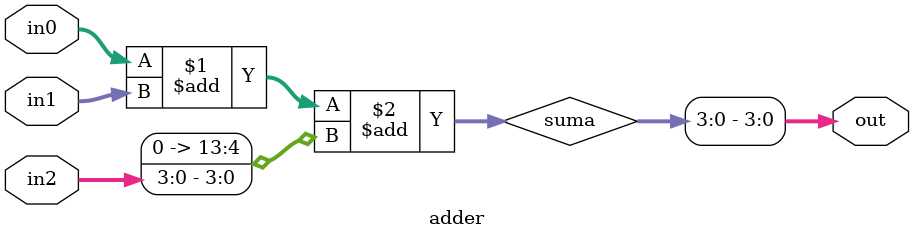
<source format=v>
module adder(
    input [11:0] in0,
    input [11:0] in1,
    input [3:0] in2,
    output [3:0] out
    );

wire [13:0] suma=in0+in1+{8'd0,in2}; //pentru a evita overflow-ul in cazul de valori maxime pe intrari

assign out=suma[3:0];

endmodule

</source>
